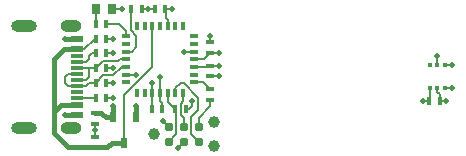
<source format=gtl>
G04*
G04 #@! TF.GenerationSoftware,Altium Limited,Altium Designer,25.1.2 (22)*
G04*
G04 Layer_Physical_Order=1*
G04 Layer_Color=255*
%FSLAX44Y44*%
%MOMM*%
G71*
G04*
G04 #@! TF.SameCoordinates,E3DFA4F9-DD02-4CCE-B99A-3B4F6649CBA6*
G04*
G04*
G04 #@! TF.FilePolarity,Positive*
G04*
G01*
G75*
%ADD12R,0.3000X0.4500*%
%ADD13R,0.3500X0.8000*%
%ADD14R,0.8000X0.3500*%
%ADD15R,0.4000X0.7000*%
%ADD16R,0.7000X0.4000*%
%ADD17R,0.7000X0.9000*%
%ADD18R,1.0000X0.3000*%
%ADD19R,1.0000X0.6000*%
%ADD20R,0.6000X0.9000*%
%ADD34C,0.7874*%
%ADD35C,0.1500*%
%ADD36C,0.4000*%
%ADD37C,0.9906*%
%ADD38O,2.2000X1.0000*%
%ADD39O,1.8000X1.0000*%
%ADD40C,0.5000*%
D12*
X381500Y79750D02*
D03*
X375000D02*
D03*
X368500D02*
D03*
Y60250D02*
D03*
X375000D02*
D03*
X381500D02*
D03*
D13*
X159500Y56500D02*
D03*
X146500D02*
D03*
X140000D02*
D03*
X133500D02*
D03*
X127000D02*
D03*
X120500D02*
D03*
X120500Y113500D02*
D03*
X127000D02*
D03*
X133500D02*
D03*
X140000D02*
D03*
X146500D02*
D03*
X153000D02*
D03*
X159500D02*
D03*
X153000Y56500D02*
D03*
D14*
X111500Y65500D02*
D03*
Y72000D02*
D03*
Y78500D02*
D03*
Y85000D02*
D03*
Y91500D02*
D03*
Y98000D02*
D03*
Y104500D02*
D03*
X168500D02*
D03*
Y98000D02*
D03*
Y91500D02*
D03*
Y85000D02*
D03*
Y78500D02*
D03*
Y72000D02*
D03*
Y65500D02*
D03*
D15*
X377000Y50000D02*
D03*
X368000D02*
D03*
X85500Y115000D02*
D03*
X94500D02*
D03*
X162000Y42500D02*
D03*
X153000D02*
D03*
X115500Y127500D02*
D03*
X124500D02*
D03*
X144500Y127500D02*
D03*
X135500D02*
D03*
X142000Y42500D02*
D03*
X133000D02*
D03*
X94500Y77500D02*
D03*
X85500D02*
D03*
X94500Y65000D02*
D03*
X85500D02*
D03*
X94500Y102500D02*
D03*
X85500D02*
D03*
Y52500D02*
D03*
X94500D02*
D03*
X85500Y90000D02*
D03*
X94500D02*
D03*
D16*
X182500Y70500D02*
D03*
Y79500D02*
D03*
Y50500D02*
D03*
Y59500D02*
D03*
Y99500D02*
D03*
Y90500D02*
D03*
X85000Y39500D02*
D03*
Y30500D02*
D03*
Y10500D02*
D03*
Y19500D02*
D03*
D17*
X99000Y127500D02*
D03*
X86000D02*
D03*
D18*
X70000Y72500D02*
D03*
Y67500D02*
D03*
Y62500D02*
D03*
Y57500D02*
D03*
Y52500D02*
D03*
Y77500D02*
D03*
Y82500D02*
D03*
Y87500D02*
D03*
D19*
Y46000D02*
D03*
Y38000D02*
D03*
Y93500D02*
D03*
Y102000D02*
D03*
D20*
X100500Y36000D02*
D03*
X119500D02*
D03*
X110000Y14000D02*
D03*
D34*
X147300Y15000D02*
D03*
Y27700D02*
D03*
X160000Y15000D02*
D03*
Y27700D02*
D03*
X172700Y15000D02*
D03*
Y27700D02*
D03*
D35*
X182500Y79500D02*
X190000D01*
X182500Y90500D02*
X190000D01*
X362500Y50000D02*
X368000D01*
X375000Y79750D02*
Y87500D01*
X381500Y60250D02*
X387500D01*
X381500Y79750D02*
X387500D01*
X375000Y57500D02*
X377000Y55500D01*
Y50000D02*
X382500D01*
X377000D02*
Y55500D01*
X375000Y57500D02*
Y60250D01*
X368500Y50500D02*
Y60250D01*
X368000Y50000D02*
X368500Y50500D01*
X182500Y70500D02*
X190000D01*
X182500Y99500D02*
Y105000D01*
X181500Y78500D02*
X182500Y79500D01*
X168500Y78500D02*
X181500D01*
X177000Y85000D02*
X182500Y90500D01*
X168500Y85000D02*
X177000D01*
X168500Y65500D02*
X176500D01*
X182500Y59500D01*
Y45000D02*
X182500Y45000D01*
X182500Y45000D02*
Y50500D01*
X172700Y35200D02*
X182500Y45000D01*
X172700Y27700D02*
Y35200D01*
X166250Y36000D02*
X172500Y42250D01*
X166250Y21450D02*
Y36000D01*
X153000Y42500D02*
X153750Y41750D01*
X146500Y49000D02*
X153000Y42500D01*
X160000Y27700D02*
Y35000D01*
X157500Y37500D02*
X160000Y35000D01*
X99000Y127500D02*
X107500D01*
X85500Y127000D02*
X86000Y127500D01*
X85500Y115000D02*
Y127000D01*
X94500Y115000D02*
X105000D01*
X111500Y108500D01*
Y104500D02*
Y108500D01*
X157500Y37500D02*
Y47500D01*
X146500Y49000D02*
Y56500D01*
X110000Y14000D02*
Y55000D01*
X133500Y78500D01*
X100250Y71250D02*
X107500Y78500D01*
X91750Y71250D02*
X100250D01*
X91750Y83750D02*
X104750D01*
X106000Y85000D01*
X111500D01*
X107500Y78500D02*
X111500D01*
X166250Y21450D02*
X172700Y15000D01*
X155000Y10000D02*
X160000Y15000D01*
X162000Y42500D02*
X165000D01*
X167500Y45000D01*
X133000Y42500D02*
X133500Y43000D01*
X142000Y42500D02*
Y48000D01*
X153750Y21450D02*
Y41750D01*
X142500Y32500D02*
X147300Y27700D01*
Y27700D02*
Y27700D01*
Y15000D02*
X153750Y21450D01*
X160000Y15000D02*
X160250D01*
X146500Y113500D02*
Y118500D01*
X133500Y78500D02*
Y113500D01*
X160000Y91500D02*
X168500D01*
X120000Y95000D02*
Y105000D01*
X115500Y109500D02*
X120000Y105000D01*
X111500Y91500D02*
X116500D01*
X120000Y95000D01*
X124500Y127500D02*
X135500D01*
X115500Y109500D02*
Y127500D01*
X144500Y127500D02*
X145000Y127000D01*
Y120000D02*
Y127000D01*
X150000Y127500D02*
X150000Y127500D01*
X144500Y127500D02*
X150000D01*
X135500Y127500D02*
X135500Y127500D01*
X145000Y120000D02*
X146500Y118500D01*
X172500Y42250D02*
Y52500D01*
X167500Y45000D02*
Y50000D01*
X157500Y47500D02*
X159500Y49500D01*
Y56500D01*
X157500Y65000D02*
X160000D01*
X172500Y52500D01*
X153000Y56500D02*
Y60500D01*
X157500Y65000D01*
X140000Y50000D02*
X142000Y48000D01*
X140000Y50000D02*
Y56500D01*
X133500Y43000D02*
Y56500D01*
X140000D02*
Y70000D01*
X111500Y72000D02*
X120000D01*
X133500Y56500D02*
Y65000D01*
X62500Y62500D02*
X70000D01*
X60000Y65000D02*
X62500Y62500D01*
Y72500D02*
X70000D01*
X60000Y70000D02*
X62500Y72500D01*
X60000Y65000D02*
Y70000D01*
X94500Y90000D02*
X100000D01*
X100000Y90000D01*
X94500Y102500D02*
X100000D01*
X100000Y102500D01*
X100000Y52500D02*
X100000Y52500D01*
X94500Y52500D02*
X100000D01*
X70000Y62500D02*
X77500D01*
X80000Y65000D01*
X70000Y67500D02*
X77500D01*
X80000Y70000D01*
Y77500D01*
X70000D02*
X80000D01*
X82500Y90000D02*
X85500D01*
X70000Y52500D02*
X85500D01*
X77500Y82500D02*
X80000Y85000D01*
Y87500D01*
X82500Y90000D01*
X70000Y82500D02*
X77500D01*
X70000Y93500D02*
X76000D01*
X85000Y102500D02*
X85500D01*
X76000Y93500D02*
X85000Y102500D01*
X85000Y19500D02*
Y25000D01*
Y30500D01*
X80000Y77500D02*
X85500D01*
X100000D02*
X100000Y77500D01*
X94500Y77500D02*
X100000D01*
X80000Y65000D02*
X85500D01*
X100000D02*
X100000Y65000D01*
X94500Y65000D02*
X100000D01*
X85500D02*
X91750Y71250D01*
X85500Y77500D02*
X91750Y83750D01*
D36*
X119500Y41000D02*
Y45000D01*
X58500Y93500D02*
X70000D01*
X50000Y85000D02*
X58500Y93500D01*
X50000Y22500D02*
X62000Y10500D01*
X56000Y46000D02*
X70000D01*
X50000Y40000D02*
X56000Y46000D01*
X50000Y22500D02*
Y40000D01*
Y85000D01*
X99000Y14000D02*
X110000D01*
X95500Y10500D02*
X99000Y14000D01*
X62000Y10500D02*
X95500D01*
X100500Y36000D02*
Y45000D01*
X85000Y39500D02*
X90500D01*
X94000Y36000D02*
X100500D01*
X90500Y39500D02*
X94000Y36000D01*
X60000Y102000D02*
X70000D01*
X60000Y38000D02*
X70000D01*
D37*
X134600Y21350D02*
D03*
X185400Y31510D02*
D03*
Y11190D02*
D03*
D38*
X25000Y26800D02*
D03*
Y113200D02*
D03*
D39*
X65000Y26800D02*
D03*
Y113200D02*
D03*
D40*
X190000Y79500D02*
D03*
Y90500D02*
D03*
X362500Y50000D02*
D03*
X382500D02*
D03*
X387500Y60250D02*
D03*
X375000Y87500D02*
D03*
X387500Y79750D02*
D03*
X190000Y70500D02*
D03*
X182500Y105000D02*
D03*
X107500Y127500D02*
D03*
X120000Y72000D02*
D03*
X119500Y45000D02*
D03*
X130000Y127500D02*
D03*
X160000Y91500D02*
D03*
X140000Y70000D02*
D03*
X133500Y65000D02*
D03*
X167500Y50000D02*
D03*
X150000Y127500D02*
D03*
X100000Y102500D02*
D03*
Y90000D02*
D03*
Y52500D02*
D03*
X155000Y10000D02*
D03*
X142500Y32500D02*
D03*
X85000Y25000D02*
D03*
X100500Y45000D02*
D03*
X100000Y77500D02*
D03*
X100000Y65000D02*
D03*
X60000Y38000D02*
D03*
Y102000D02*
D03*
M02*

</source>
